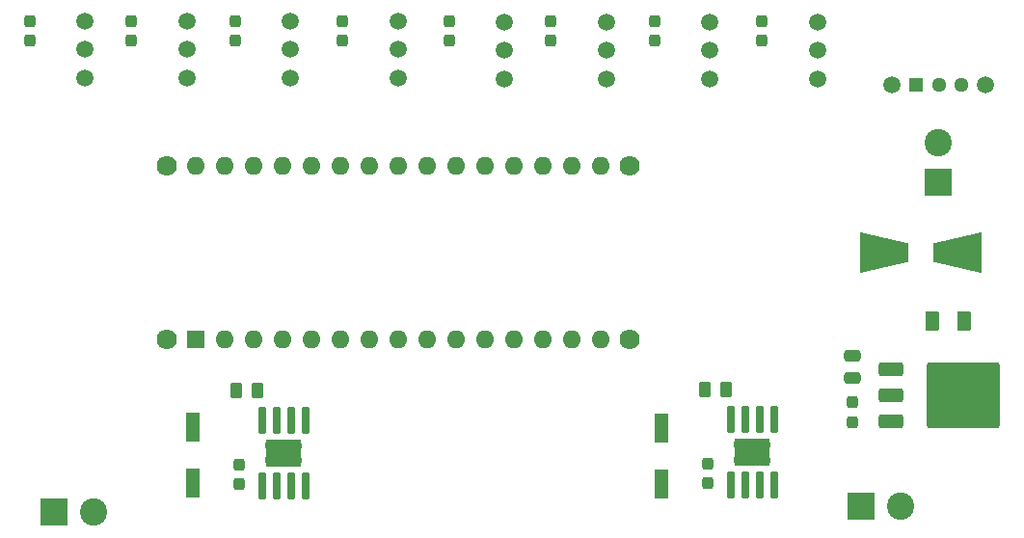
<source format=gts>
G04 #@! TF.GenerationSoftware,KiCad,Pcbnew,7.0.7*
G04 #@! TF.CreationDate,2024-05-14T17:55:04+07:00*
G04 #@! TF.ProjectId,frankii round 2,6672616e-6b69-4692-9072-6f756e642032,rev?*
G04 #@! TF.SameCoordinates,Original*
G04 #@! TF.FileFunction,Soldermask,Top*
G04 #@! TF.FilePolarity,Negative*
%FSLAX46Y46*%
G04 Gerber Fmt 4.6, Leading zero omitted, Abs format (unit mm)*
G04 Created by KiCad (PCBNEW 7.0.7) date 2024-05-14 17:55:04*
%MOMM*%
%LPD*%
G01*
G04 APERTURE LIST*
G04 Aperture macros list*
%AMRoundRect*
0 Rectangle with rounded corners*
0 $1 Rounding radius*
0 $2 $3 $4 $5 $6 $7 $8 $9 X,Y pos of 4 corners*
0 Add a 4 corners polygon primitive as box body*
4,1,4,$2,$3,$4,$5,$6,$7,$8,$9,$2,$3,0*
0 Add four circle primitives for the rounded corners*
1,1,$1+$1,$2,$3*
1,1,$1+$1,$4,$5*
1,1,$1+$1,$6,$7*
1,1,$1+$1,$8,$9*
0 Add four rect primitives between the rounded corners*
20,1,$1+$1,$2,$3,$4,$5,0*
20,1,$1+$1,$4,$5,$6,$7,0*
20,1,$1+$1,$6,$7,$8,$9,0*
20,1,$1+$1,$8,$9,$2,$3,0*%
%AMOutline4P*
0 Free polygon, 4 corners , with rotation*
0 The origin of the aperture is its center*
0 number of corners: always 4*
0 $1 to $8 corner X, Y*
0 $9 Rotation angle, in degrees counterclockwise*
0 create outline with 4 corners*
4,1,4,$1,$2,$3,$4,$5,$6,$7,$8,$1,$2,$9*%
G04 Aperture macros list end*
%ADD10R,2.400000X2.400000*%
%ADD11C,2.400000*%
%ADD12Outline4P,-2.150000X-1.800000X2.150000X-0.800000X2.150000X0.800000X-2.150000X1.800000X180.000000*%
%ADD13Outline4P,-2.150000X-1.800000X2.150000X-0.800000X2.150000X0.800000X-2.150000X1.800000X0.000000*%
%ADD14C,1.498600*%
%ADD15RoundRect,0.250000X-0.850000X-0.350000X0.850000X-0.350000X0.850000X0.350000X-0.850000X0.350000X0*%
%ADD16RoundRect,0.249997X-2.950003X-2.650003X2.950003X-2.650003X2.950003X2.650003X-2.950003X2.650003X0*%
%ADD17RoundRect,0.250000X-0.262500X-0.450000X0.262500X-0.450000X0.262500X0.450000X-0.262500X0.450000X0*%
%ADD18R,3.100000X2.400000*%
%ADD19RoundRect,0.070000X-0.250000X1.100000X-0.250000X-1.100000X0.250000X-1.100000X0.250000X1.100000X0*%
%ADD20C,0.770000*%
%ADD21RoundRect,0.237500X0.237500X-0.300000X0.237500X0.300000X-0.237500X0.300000X-0.237500X-0.300000X0*%
%ADD22C,1.780000*%
%ADD23R,1.600000X1.600000*%
%ADD24O,1.600000X1.600000*%
%ADD25R,1.295400X1.295400*%
%ADD26C,1.295400*%
%ADD27RoundRect,0.250000X0.375000X0.625000X-0.375000X0.625000X-0.375000X-0.625000X0.375000X-0.625000X0*%
%ADD28RoundRect,0.250000X0.262500X0.450000X-0.262500X0.450000X-0.262500X-0.450000X0.262500X-0.450000X0*%
%ADD29R,1.168400X2.616200*%
%ADD30RoundRect,0.250000X-0.475000X0.250000X-0.475000X-0.250000X0.475000X-0.250000X0.475000X0.250000X0*%
G04 APERTURE END LIST*
D10*
X139446000Y-99460000D03*
D11*
X142946000Y-99460000D03*
D12*
X218826000Y-76746000D03*
D13*
X212426000Y-76746000D03*
D14*
X151201801Y-56388000D03*
X151201801Y-58888000D03*
X151201801Y-61388000D03*
D15*
X213001000Y-86991000D03*
X213001000Y-89271000D03*
D16*
X219301000Y-89271000D03*
D15*
X213001000Y-91551000D03*
D14*
X206502000Y-56468000D03*
X206502000Y-58968000D03*
X206502000Y-61468000D03*
D17*
X155519501Y-88808000D03*
X157344501Y-88808000D03*
D18*
X200787000Y-94241900D03*
D19*
X202692000Y-91366900D03*
X201422000Y-91366900D03*
X200152000Y-91366900D03*
X198882000Y-91366900D03*
X198882000Y-97116900D03*
X200152000Y-97116900D03*
X201422000Y-97116900D03*
X202692000Y-97116900D03*
D20*
X202087000Y-93591900D03*
X200787000Y-93591900D03*
X199487000Y-93591900D03*
X202087000Y-94891900D03*
X200787000Y-94891900D03*
X199487000Y-94891900D03*
D14*
X142201801Y-56388000D03*
X142201801Y-58888000D03*
X142201801Y-61388000D03*
X160201801Y-56388000D03*
X160201801Y-58888000D03*
X160201801Y-61388000D03*
D21*
X146252000Y-58103100D03*
X146252000Y-56378100D03*
D22*
X149352000Y-84318000D03*
X189992000Y-84318000D03*
X149352000Y-69078000D03*
X189992000Y-69078000D03*
D23*
X151892000Y-84318000D03*
D24*
X154432000Y-84318000D03*
X156972000Y-84318000D03*
X159512000Y-84318000D03*
X162052000Y-84318000D03*
X164592000Y-84318000D03*
X167132000Y-84318000D03*
X169672000Y-84318000D03*
X172212000Y-84318000D03*
X174752000Y-84318000D03*
X177292000Y-84318000D03*
X179832000Y-84318000D03*
X182372000Y-84318000D03*
X184912000Y-84318000D03*
X187452000Y-84318000D03*
X187452000Y-69078000D03*
X184912000Y-69078000D03*
X182372000Y-69078000D03*
X179832000Y-69078000D03*
X177292000Y-69078000D03*
X174752000Y-69078000D03*
X172212000Y-69078000D03*
X169672000Y-69078000D03*
X167132000Y-69078000D03*
X164592000Y-69078000D03*
X162052000Y-69078000D03*
X159512000Y-69078000D03*
X156972000Y-69078000D03*
X154432000Y-69078000D03*
X151892000Y-69078000D03*
D25*
X215170001Y-61976000D03*
D26*
X217170001Y-61976000D03*
X219170002Y-61976000D03*
D14*
X213070000Y-61976000D03*
X221270001Y-61976000D03*
X179031801Y-56468000D03*
X179031801Y-58968000D03*
X179031801Y-61468000D03*
D21*
X201624001Y-58137100D03*
X201624001Y-56412100D03*
X196850000Y-96963400D03*
X196850000Y-95238400D03*
X209626000Y-91608500D03*
X209626000Y-89883500D03*
D27*
X219425999Y-82745999D03*
X216625999Y-82745999D03*
D28*
X198492500Y-88734900D03*
X196667500Y-88734900D03*
D29*
X192786000Y-97028001D03*
X192786000Y-92125801D03*
D21*
X137362000Y-58103100D03*
X137362000Y-56378100D03*
D18*
X159639001Y-94315000D03*
D19*
X161544001Y-91440000D03*
X160274001Y-91440000D03*
X159004001Y-91440000D03*
X157734001Y-91440000D03*
X157734001Y-97190000D03*
X159004001Y-97190000D03*
X160274001Y-97190000D03*
X161544001Y-97190000D03*
D20*
X160939001Y-93665000D03*
X159639001Y-93665000D03*
X158339001Y-93665000D03*
X160939001Y-94965000D03*
X159639001Y-94965000D03*
X158339001Y-94965000D03*
D29*
X151638001Y-96936001D03*
X151638001Y-92033801D03*
D30*
X209626000Y-85796000D03*
X209626000Y-87696000D03*
D10*
X217086000Y-70556000D03*
D11*
X217086000Y-67056000D03*
D14*
X169672000Y-56388000D03*
X169672000Y-58888000D03*
X169672000Y-61388000D03*
D10*
X210312000Y-99020000D03*
D11*
X213812000Y-99020000D03*
D21*
X164794000Y-58103100D03*
X164794000Y-56378100D03*
X192226000Y-58137100D03*
X192226000Y-56412100D03*
D14*
X188031801Y-56468000D03*
X188031801Y-58968000D03*
X188031801Y-61468000D03*
D21*
X155396000Y-58103100D03*
X155396000Y-56378100D03*
D14*
X197031801Y-56468000D03*
X197031801Y-58968000D03*
X197031801Y-61468000D03*
D21*
X174191999Y-58137100D03*
X174191999Y-56412100D03*
X155702001Y-97036501D03*
X155702001Y-95311501D03*
X183082000Y-58137100D03*
X183082000Y-56412100D03*
M02*

</source>
